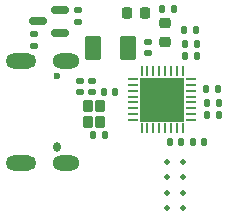
<source format=gbr>
%TF.GenerationSoftware,KiCad,Pcbnew,8.0.6*%
%TF.CreationDate,2025-10-07T13:26:46+02:00*%
%TF.ProjectId,PCB WLED Spec 7,50434220-574c-4454-9420-537065632037,rev?*%
%TF.SameCoordinates,Original*%
%TF.FileFunction,Soldermask,Bot*%
%TF.FilePolarity,Negative*%
%FSLAX46Y46*%
G04 Gerber Fmt 4.6, Leading zero omitted, Abs format (unit mm)*
G04 Created by KiCad (PCBNEW 8.0.6) date 2025-10-07 13:26:46*
%MOMM*%
%LPD*%
G01*
G04 APERTURE LIST*
G04 Aperture macros list*
%AMRoundRect*
0 Rectangle with rounded corners*
0 $1 Rounding radius*
0 $2 $3 $4 $5 $6 $7 $8 $9 X,Y pos of 4 corners*
0 Add a 4 corners polygon primitive as box body*
4,1,4,$2,$3,$4,$5,$6,$7,$8,$9,$2,$3,0*
0 Add four circle primitives for the rounded corners*
1,1,$1+$1,$2,$3*
1,1,$1+$1,$4,$5*
1,1,$1+$1,$6,$7*
1,1,$1+$1,$8,$9*
0 Add four rect primitives between the rounded corners*
20,1,$1+$1,$2,$3,$4,$5,0*
20,1,$1+$1,$4,$5,$6,$7,0*
20,1,$1+$1,$6,$7,$8,$9,0*
20,1,$1+$1,$8,$9,$2,$3,0*%
G04 Aperture macros list end*
%ADD10C,0.600000*%
%ADD11O,0.600000X0.850000*%
%ADD12O,2.300000X1.300000*%
%ADD13O,2.600000X1.300000*%
%ADD14C,0.504000*%
%ADD15RoundRect,0.140000X-0.170000X0.140000X-0.170000X-0.140000X0.170000X-0.140000X0.170000X0.140000X0*%
%ADD16RoundRect,0.218750X0.256250X-0.218750X0.256250X0.218750X-0.256250X0.218750X-0.256250X-0.218750X0*%
%ADD17RoundRect,0.140000X0.170000X-0.140000X0.170000X0.140000X-0.170000X0.140000X-0.170000X-0.140000X0*%
%ADD18RoundRect,0.140000X0.140000X0.170000X-0.140000X0.170000X-0.140000X-0.170000X0.140000X-0.170000X0*%
%ADD19RoundRect,0.135000X-0.135000X-0.185000X0.135000X-0.185000X0.135000X0.185000X-0.135000X0.185000X0*%
%ADD20RoundRect,0.062500X-0.062500X0.337500X-0.062500X-0.337500X0.062500X-0.337500X0.062500X0.337500X0*%
%ADD21RoundRect,0.062500X-0.337500X0.062500X-0.337500X-0.062500X0.337500X-0.062500X0.337500X0.062500X0*%
%ADD22R,3.700000X3.700000*%
%ADD23RoundRect,0.140000X-0.140000X-0.170000X0.140000X-0.170000X0.140000X0.170000X-0.140000X0.170000X0*%
%ADD24RoundRect,0.225000X0.225000X0.250000X-0.225000X0.250000X-0.225000X-0.250000X0.225000X-0.250000X0*%
%ADD25RoundRect,0.102000X-0.350000X-0.375000X0.350000X-0.375000X0.350000X0.375000X-0.350000X0.375000X0*%
%ADD26RoundRect,0.175500X0.526500X0.836500X-0.526500X0.836500X-0.526500X-0.836500X0.526500X-0.836500X0*%
%ADD27RoundRect,0.135000X0.135000X0.185000X-0.135000X0.185000X-0.135000X-0.185000X0.135000X-0.185000X0*%
%ADD28RoundRect,0.135000X0.185000X-0.135000X0.185000X0.135000X-0.185000X0.135000X-0.185000X-0.135000X0*%
%ADD29RoundRect,0.150000X0.587500X0.150000X-0.587500X0.150000X-0.587500X-0.150000X0.587500X-0.150000X0*%
G04 APERTURE END LIST*
D10*
%TO.C,J1*%
X184900000Y-76750000D03*
D11*
X184900000Y-82750000D03*
D12*
X185625000Y-75430000D03*
D13*
X181800000Y-75430000D03*
D12*
X185625000Y-84070000D03*
D13*
X181800000Y-84070000D03*
%TD*%
D14*
%TO.C,U3*%
X194200000Y-84000000D03*
X195500000Y-84000000D03*
X194200000Y-85300000D03*
X195500000Y-85300000D03*
X194200000Y-86600000D03*
X195500000Y-86600000D03*
X194200000Y-87900000D03*
X195500000Y-87900000D03*
%TD*%
D15*
%TO.C,C20*%
X187800000Y-77120000D03*
X187800000Y-78080000D03*
%TD*%
D16*
%TO.C,L1*%
X193970000Y-73840000D03*
X193970000Y-72265000D03*
%TD*%
D17*
%TO.C,C4*%
X192600000Y-74800000D03*
X192600000Y-73840000D03*
%TD*%
D18*
%TO.C,C17*%
X195400000Y-82300000D03*
X194440000Y-82300000D03*
%TD*%
D19*
%TO.C,R6*%
X197590000Y-79000000D03*
X198610000Y-79000000D03*
%TD*%
%TO.C,R5*%
X195600000Y-72800000D03*
X196620000Y-72800000D03*
%TD*%
D15*
%TO.C,C19*%
X186800000Y-77120000D03*
X186800000Y-78080000D03*
%TD*%
D20*
%TO.C,U1*%
X192025000Y-76275000D03*
X192525000Y-76275000D03*
X193025000Y-76275000D03*
X193525000Y-76275000D03*
X194025000Y-76275000D03*
X194525000Y-76275000D03*
X195025000Y-76275000D03*
X195525000Y-76275000D03*
D21*
X196225000Y-76975000D03*
X196225000Y-77475000D03*
X196225000Y-77975000D03*
X196225000Y-78475000D03*
X196225000Y-78975000D03*
X196225000Y-79475000D03*
X196225000Y-79975000D03*
X196225000Y-80475000D03*
D20*
X195525000Y-81175000D03*
X195025000Y-81175000D03*
X194525000Y-81175000D03*
X194025000Y-81175000D03*
X193525000Y-81175000D03*
X193025000Y-81175000D03*
X192525000Y-81175000D03*
X192025000Y-81175000D03*
D21*
X191325000Y-80475000D03*
X191325000Y-79975000D03*
X191325000Y-79475000D03*
X191325000Y-78975000D03*
X191325000Y-78475000D03*
X191325000Y-77975000D03*
X191325000Y-77475000D03*
X191325000Y-76975000D03*
D22*
X193775000Y-78725000D03*
%TD*%
D23*
%TO.C,C21*%
X188912500Y-81712500D03*
X187952500Y-81712500D03*
%TD*%
D24*
%TO.C,C6*%
X192345000Y-71440000D03*
X190795000Y-71440000D03*
%TD*%
D25*
%TO.C,Y1*%
X187527500Y-80647500D03*
X187527500Y-79297500D03*
X188527500Y-79297500D03*
X188527500Y-80647500D03*
%TD*%
D18*
%TO.C,C22*%
X189780000Y-78100000D03*
X188820000Y-78100000D03*
%TD*%
D23*
%TO.C,C7*%
X197520000Y-77800000D03*
X198480000Y-77800000D03*
%TD*%
D26*
%TO.C,AE1*%
X190860000Y-74400000D03*
X187940000Y-74400000D03*
%TD*%
D23*
%TO.C,C5*%
X193790000Y-71040000D03*
X194750000Y-71040000D03*
%TD*%
D27*
%TO.C,R7*%
X198610000Y-80000000D03*
X197590000Y-80000000D03*
%TD*%
D28*
%TO.C,R13*%
X182900000Y-74210000D03*
X182900000Y-73190000D03*
%TD*%
D23*
%TO.C,C3*%
X195730000Y-75010000D03*
X196690000Y-75010000D03*
%TD*%
D27*
%TO.C,R8*%
X196710000Y-74000000D03*
X195690000Y-74000000D03*
%TD*%
D23*
%TO.C,C18*%
X196340000Y-82300000D03*
X197300000Y-82300000D03*
%TD*%
D28*
%TO.C,R12*%
X186640000Y-72140000D03*
X186640000Y-71120000D03*
%TD*%
D29*
%TO.C,Q1*%
X185100000Y-71170000D03*
X185100000Y-73070000D03*
X183225000Y-72120000D03*
%TD*%
M02*

</source>
